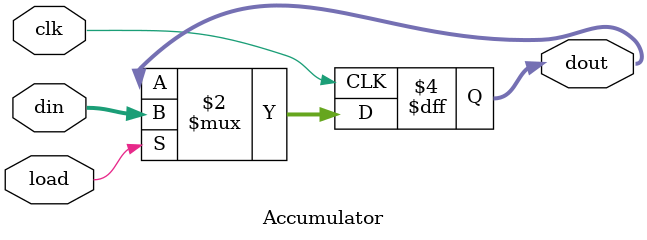
<source format=v>
module Accumulator(input clk, load, input [12:0] din, output reg [12:0] dout);
	always@(posedge clk)
	begin
		if(load)
		begin
			dout <= din;
		end
	end
endmodule

</source>
